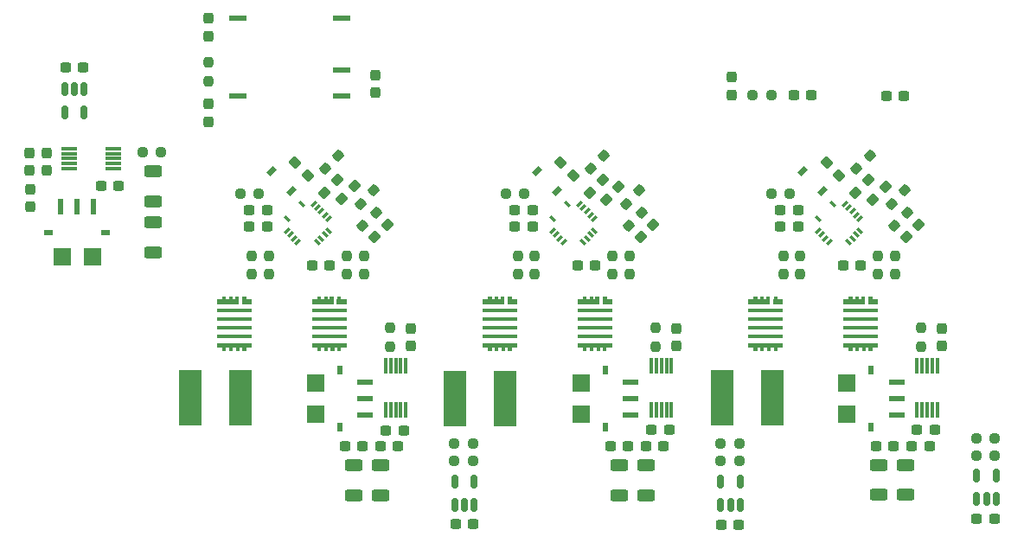
<source format=gbr>
%TF.GenerationSoftware,KiCad,Pcbnew,8.0.1*%
%TF.CreationDate,2024-03-29T13:27:46-04:00*%
%TF.ProjectId,Power_Stage,506f7765-725f-4537-9461-67652e6b6963,rev?*%
%TF.SameCoordinates,Original*%
%TF.FileFunction,Paste,Top*%
%TF.FilePolarity,Positive*%
%FSLAX46Y46*%
G04 Gerber Fmt 4.6, Leading zero omitted, Abs format (unit mm)*
G04 Created by KiCad (PCBNEW 8.0.1) date 2024-03-29 13:27:46*
%MOMM*%
%LPD*%
G01*
G04 APERTURE LIST*
G04 Aperture macros list*
%AMRoundRect*
0 Rectangle with rounded corners*
0 $1 Rounding radius*
0 $2 $3 $4 $5 $6 $7 $8 $9 X,Y pos of 4 corners*
0 Add a 4 corners polygon primitive as box body*
4,1,4,$2,$3,$4,$5,$6,$7,$8,$9,$2,$3,0*
0 Add four circle primitives for the rounded corners*
1,1,$1+$1,$2,$3*
1,1,$1+$1,$4,$5*
1,1,$1+$1,$6,$7*
1,1,$1+$1,$8,$9*
0 Add four rect primitives between the rounded corners*
20,1,$1+$1,$2,$3,$4,$5,0*
20,1,$1+$1,$4,$5,$6,$7,0*
20,1,$1+$1,$6,$7,$8,$9,0*
20,1,$1+$1,$8,$9,$2,$3,0*%
%AMRotRect*
0 Rectangle, with rotation*
0 The origin of the aperture is its center*
0 $1 length*
0 $2 width*
0 $3 Rotation angle, in degrees counterclockwise*
0 Add horizontal line*
21,1,$1,$2,0,0,$3*%
G04 Aperture macros list end*
%ADD10C,0.000000*%
%ADD11RoundRect,0.150000X-0.150000X0.512500X-0.150000X-0.512500X0.150000X-0.512500X0.150000X0.512500X0*%
%ADD12RoundRect,0.237500X0.300000X0.237500X-0.300000X0.237500X-0.300000X-0.237500X0.300000X-0.237500X0*%
%ADD13RoundRect,0.011200X-0.723800X-0.128800X0.723800X-0.128800X0.723800X0.128800X-0.723800X0.128800X0*%
%ADD14R,0.500000X1.600000*%
%ADD15R,1.800000X1.700000*%
%ADD16R,0.900000X0.600000*%
%ADD17RoundRect,0.150000X0.150000X-0.512500X0.150000X0.512500X-0.150000X0.512500X-0.150000X-0.512500X0*%
%ADD18RoundRect,0.250000X-0.625000X0.312500X-0.625000X-0.312500X0.625000X-0.312500X0.625000X0.312500X0*%
%ADD19RoundRect,0.237500X-0.250000X-0.237500X0.250000X-0.237500X0.250000X0.237500X-0.250000X0.237500X0*%
%ADD20RoundRect,0.237500X-0.300000X-0.237500X0.300000X-0.237500X0.300000X0.237500X-0.300000X0.237500X0*%
%ADD21RoundRect,0.237500X0.237500X-0.300000X0.237500X0.300000X-0.237500X0.300000X-0.237500X-0.300000X0*%
%ADD22RoundRect,0.237500X-0.237500X0.300000X-0.237500X-0.300000X0.237500X-0.300000X0.237500X0.300000X0*%
%ADD23RoundRect,0.011200X0.128800X-0.723800X0.128800X0.723800X-0.128800X0.723800X-0.128800X-0.723800X0*%
%ADD24R,0.355600X0.761990*%
%ADD25R,0.965200X0.457200*%
%ADD26R,0.355600X0.753389*%
%ADD27R,2.108200X0.457200*%
%ADD28R,0.355600X0.753388*%
%ADD29R,3.403600X0.355600*%
%ADD30R,0.355600X0.304796*%
%ADD31R,0.355600X0.310933*%
%ADD32R,3.403600X0.457200*%
%ADD33R,0.355598X0.385089*%
%ADD34R,0.355590X0.533400*%
%ADD35RotRect,0.558800X0.889000X315.000000*%
%ADD36RoundRect,0.237500X-0.237500X0.250000X-0.237500X-0.250000X0.237500X-0.250000X0.237500X0.250000X0*%
%ADD37RoundRect,0.237500X0.250000X0.237500X-0.250000X0.237500X-0.250000X-0.237500X0.250000X-0.237500X0*%
%ADD38RoundRect,0.237500X0.237500X-0.250000X0.237500X0.250000X-0.237500X0.250000X-0.237500X-0.250000X0*%
%ADD39RoundRect,0.237500X-0.008839X-0.344715X0.344715X0.008839X0.008839X0.344715X-0.344715X-0.008839X0*%
%ADD40RoundRect,0.237500X0.380070X-0.044194X-0.044194X0.380070X-0.380070X0.044194X0.044194X-0.380070X0*%
%ADD41RoundRect,0.237500X-0.044194X-0.380070X0.380070X0.044194X0.044194X0.380070X-0.380070X-0.044194X0*%
%ADD42RoundRect,0.237500X0.044194X0.380070X-0.380070X-0.044194X-0.044194X-0.380070X0.380070X0.044194X0*%
%ADD43R,1.600000X0.500000*%
%ADD44R,0.600000X0.900000*%
%ADD45R,1.700000X1.800000*%
%ADD46R,1.651000X0.508000*%
%ADD47R,2.260600X5.511800*%
%ADD48RotRect,0.254000X0.711200X135.000000*%
%ADD49RotRect,0.254000X0.711200X45.000000*%
%ADD50RoundRect,0.250000X0.625000X-0.312500X0.625000X0.312500X-0.625000X0.312500X-0.625000X-0.312500X0*%
%ADD51RoundRect,0.237500X0.237500X-0.287500X0.237500X0.287500X-0.237500X0.287500X-0.237500X-0.287500X0*%
%ADD52RoundRect,0.237500X0.008839X0.344715X-0.344715X-0.008839X-0.008839X-0.344715X0.344715X0.008839X0*%
G04 APERTURE END LIST*
D10*
%TO.C,Q1*%
G36*
X110831396Y-132306022D02*
G01*
X111375796Y-132306012D01*
X111375796Y-132763212D01*
X110410596Y-132763212D01*
X110410596Y-132306012D01*
X110475796Y-132306022D01*
X110475796Y-132001222D01*
X110831396Y-132001222D01*
X110831396Y-132306022D01*
G37*
G36*
X110831396Y-132306022D02*
G01*
X111375796Y-132306012D01*
X111375796Y-132763212D01*
X110410596Y-132763212D01*
X110410596Y-132306012D01*
X110475796Y-132306022D01*
X110475796Y-132001222D01*
X110831396Y-132001222D01*
X110831396Y-132306022D01*
G37*
G36*
X108877796Y-132306022D02*
G01*
X109172196Y-132306022D01*
X109172196Y-132001222D01*
X109527796Y-132001222D01*
X109527796Y-132306022D01*
X109726596Y-132306022D01*
X109726596Y-132001222D01*
X110082196Y-132001222D01*
X110080396Y-132763212D01*
X107972196Y-132763212D01*
X107972196Y-132306012D01*
X108522196Y-132306022D01*
X108522196Y-132001222D01*
X108877796Y-132001222D01*
X108877796Y-132306022D01*
G37*
G36*
X108877796Y-132306022D02*
G01*
X109172196Y-132306022D01*
X109172196Y-132001222D01*
X109527796Y-132001222D01*
X109527796Y-132306022D01*
X109726596Y-132306022D01*
X109726596Y-132001222D01*
X110082196Y-132001222D01*
X110080396Y-132763212D01*
X107972196Y-132763212D01*
X107972196Y-132306012D01*
X108522196Y-132306022D01*
X108522196Y-132001222D01*
X108877796Y-132001222D01*
X108877796Y-132306022D01*
G37*
G36*
X111375796Y-137013212D02*
G01*
X110827807Y-137013200D01*
X110827807Y-137318000D01*
X110472207Y-137318000D01*
X110472207Y-137013200D01*
X110177796Y-137013200D01*
X110177796Y-137318000D01*
X109822196Y-137318000D01*
X109822196Y-137013200D01*
X109527784Y-137013200D01*
X109527784Y-137318000D01*
X109172184Y-137318000D01*
X109172184Y-137013200D01*
X108877784Y-137013200D01*
X108877784Y-137318000D01*
X108522184Y-137318000D01*
X108522184Y-137013200D01*
X107972196Y-137013212D01*
X107972196Y-136556012D01*
X111375796Y-136556012D01*
X111375796Y-137013212D01*
G37*
%TO.C,Q6*%
G36*
X172131411Y-132306022D02*
G01*
X172675811Y-132306012D01*
X172675811Y-132763212D01*
X171710611Y-132763212D01*
X171710611Y-132306012D01*
X171775811Y-132306022D01*
X171775811Y-132001222D01*
X172131411Y-132001222D01*
X172131411Y-132306022D01*
G37*
G36*
X172131411Y-132306022D02*
G01*
X172675811Y-132306012D01*
X172675811Y-132763212D01*
X171710611Y-132763212D01*
X171710611Y-132306012D01*
X171775811Y-132306022D01*
X171775811Y-132001222D01*
X172131411Y-132001222D01*
X172131411Y-132306022D01*
G37*
G36*
X170177811Y-132306022D02*
G01*
X170472211Y-132306022D01*
X170472211Y-132001222D01*
X170827811Y-132001222D01*
X170827811Y-132306022D01*
X171026611Y-132306022D01*
X171026611Y-132001222D01*
X171382211Y-132001222D01*
X171380411Y-132763212D01*
X169272211Y-132763212D01*
X169272211Y-132306012D01*
X169822211Y-132306022D01*
X169822211Y-132001222D01*
X170177811Y-132001222D01*
X170177811Y-132306022D01*
G37*
G36*
X170177811Y-132306022D02*
G01*
X170472211Y-132306022D01*
X170472211Y-132001222D01*
X170827811Y-132001222D01*
X170827811Y-132306022D01*
X171026611Y-132306022D01*
X171026611Y-132001222D01*
X171382211Y-132001222D01*
X171380411Y-132763212D01*
X169272211Y-132763212D01*
X169272211Y-132306012D01*
X169822211Y-132306022D01*
X169822211Y-132001222D01*
X170177811Y-132001222D01*
X170177811Y-132306022D01*
G37*
G36*
X172675811Y-137013212D02*
G01*
X172127822Y-137013200D01*
X172127822Y-137318000D01*
X171772222Y-137318000D01*
X171772222Y-137013200D01*
X171477811Y-137013200D01*
X171477811Y-137318000D01*
X171122211Y-137318000D01*
X171122211Y-137013200D01*
X170827799Y-137013200D01*
X170827799Y-137318000D01*
X170472199Y-137318000D01*
X170472199Y-137013200D01*
X170177799Y-137013200D01*
X170177799Y-137318000D01*
X169822199Y-137318000D01*
X169822199Y-137013200D01*
X169272211Y-137013212D01*
X169272211Y-136556012D01*
X172675811Y-136556012D01*
X172675811Y-137013212D01*
G37*
%TO.C,Q4*%
G36*
X146131412Y-132306022D02*
G01*
X146675812Y-132306012D01*
X146675812Y-132763212D01*
X145710612Y-132763212D01*
X145710612Y-132306012D01*
X145775812Y-132306022D01*
X145775812Y-132001222D01*
X146131412Y-132001222D01*
X146131412Y-132306022D01*
G37*
G36*
X146131412Y-132306022D02*
G01*
X146675812Y-132306012D01*
X146675812Y-132763212D01*
X145710612Y-132763212D01*
X145710612Y-132306012D01*
X145775812Y-132306022D01*
X145775812Y-132001222D01*
X146131412Y-132001222D01*
X146131412Y-132306022D01*
G37*
G36*
X144177812Y-132306022D02*
G01*
X144472212Y-132306022D01*
X144472212Y-132001222D01*
X144827812Y-132001222D01*
X144827812Y-132306022D01*
X145026612Y-132306022D01*
X145026612Y-132001222D01*
X145382212Y-132001222D01*
X145380412Y-132763212D01*
X143272212Y-132763212D01*
X143272212Y-132306012D01*
X143822212Y-132306022D01*
X143822212Y-132001222D01*
X144177812Y-132001222D01*
X144177812Y-132306022D01*
G37*
G36*
X144177812Y-132306022D02*
G01*
X144472212Y-132306022D01*
X144472212Y-132001222D01*
X144827812Y-132001222D01*
X144827812Y-132306022D01*
X145026612Y-132306022D01*
X145026612Y-132001222D01*
X145382212Y-132001222D01*
X145380412Y-132763212D01*
X143272212Y-132763212D01*
X143272212Y-132306012D01*
X143822212Y-132306022D01*
X143822212Y-132001222D01*
X144177812Y-132001222D01*
X144177812Y-132306022D01*
G37*
G36*
X146675812Y-137013212D02*
G01*
X146127823Y-137013200D01*
X146127823Y-137318000D01*
X145772223Y-137318000D01*
X145772223Y-137013200D01*
X145477812Y-137013200D01*
X145477812Y-137318000D01*
X145122212Y-137318000D01*
X145122212Y-137013200D01*
X144827800Y-137013200D01*
X144827800Y-137318000D01*
X144472200Y-137318000D01*
X144472200Y-137013200D01*
X144177800Y-137013200D01*
X144177800Y-137318000D01*
X143822200Y-137318000D01*
X143822200Y-137013200D01*
X143272212Y-137013212D01*
X143272212Y-136556012D01*
X146675812Y-136556012D01*
X146675812Y-137013212D01*
G37*
%TO.C,Q2*%
G36*
X120131414Y-132306022D02*
G01*
X120675814Y-132306012D01*
X120675814Y-132763212D01*
X119710614Y-132763212D01*
X119710614Y-132306012D01*
X119775814Y-132306022D01*
X119775814Y-132001222D01*
X120131414Y-132001222D01*
X120131414Y-132306022D01*
G37*
G36*
X120131414Y-132306022D02*
G01*
X120675814Y-132306012D01*
X120675814Y-132763212D01*
X119710614Y-132763212D01*
X119710614Y-132306012D01*
X119775814Y-132306022D01*
X119775814Y-132001222D01*
X120131414Y-132001222D01*
X120131414Y-132306022D01*
G37*
G36*
X118177814Y-132306022D02*
G01*
X118472214Y-132306022D01*
X118472214Y-132001222D01*
X118827814Y-132001222D01*
X118827814Y-132306022D01*
X119026614Y-132306022D01*
X119026614Y-132001222D01*
X119382214Y-132001222D01*
X119380414Y-132763212D01*
X117272214Y-132763212D01*
X117272214Y-132306012D01*
X117822214Y-132306022D01*
X117822214Y-132001222D01*
X118177814Y-132001222D01*
X118177814Y-132306022D01*
G37*
G36*
X118177814Y-132306022D02*
G01*
X118472214Y-132306022D01*
X118472214Y-132001222D01*
X118827814Y-132001222D01*
X118827814Y-132306022D01*
X119026614Y-132306022D01*
X119026614Y-132001222D01*
X119382214Y-132001222D01*
X119380414Y-132763212D01*
X117272214Y-132763212D01*
X117272214Y-132306012D01*
X117822214Y-132306022D01*
X117822214Y-132001222D01*
X118177814Y-132001222D01*
X118177814Y-132306022D01*
G37*
G36*
X120675814Y-137013212D02*
G01*
X120127825Y-137013200D01*
X120127825Y-137318000D01*
X119772225Y-137318000D01*
X119772225Y-137013200D01*
X119477814Y-137013200D01*
X119477814Y-137318000D01*
X119122214Y-137318000D01*
X119122214Y-137013200D01*
X118827802Y-137013200D01*
X118827802Y-137318000D01*
X118472202Y-137318000D01*
X118472202Y-137013200D01*
X118177802Y-137013200D01*
X118177802Y-137318000D01*
X117822202Y-137318000D01*
X117822202Y-137013200D01*
X117272214Y-137013212D01*
X117272214Y-136556012D01*
X120675814Y-136556012D01*
X120675814Y-137013212D01*
G37*
%TO.C,Q5*%
G36*
X162831393Y-132306023D02*
G01*
X163375793Y-132306013D01*
X163375793Y-132763213D01*
X162410593Y-132763213D01*
X162410593Y-132306013D01*
X162475793Y-132306023D01*
X162475793Y-132001223D01*
X162831393Y-132001223D01*
X162831393Y-132306023D01*
G37*
G36*
X162831393Y-132306023D02*
G01*
X163375793Y-132306013D01*
X163375793Y-132763213D01*
X162410593Y-132763213D01*
X162410593Y-132306013D01*
X162475793Y-132306023D01*
X162475793Y-132001223D01*
X162831393Y-132001223D01*
X162831393Y-132306023D01*
G37*
G36*
X160877793Y-132306023D02*
G01*
X161172193Y-132306023D01*
X161172193Y-132001223D01*
X161527793Y-132001223D01*
X161527793Y-132306023D01*
X161726593Y-132306023D01*
X161726593Y-132001223D01*
X162082193Y-132001223D01*
X162080393Y-132763213D01*
X159972193Y-132763213D01*
X159972193Y-132306013D01*
X160522193Y-132306023D01*
X160522193Y-132001223D01*
X160877793Y-132001223D01*
X160877793Y-132306023D01*
G37*
G36*
X160877793Y-132306023D02*
G01*
X161172193Y-132306023D01*
X161172193Y-132001223D01*
X161527793Y-132001223D01*
X161527793Y-132306023D01*
X161726593Y-132306023D01*
X161726593Y-132001223D01*
X162082193Y-132001223D01*
X162080393Y-132763213D01*
X159972193Y-132763213D01*
X159972193Y-132306013D01*
X160522193Y-132306023D01*
X160522193Y-132001223D01*
X160877793Y-132001223D01*
X160877793Y-132306023D01*
G37*
G36*
X163375793Y-137013213D02*
G01*
X162827804Y-137013201D01*
X162827804Y-137318001D01*
X162472204Y-137318001D01*
X162472204Y-137013201D01*
X162177793Y-137013201D01*
X162177793Y-137318001D01*
X161822193Y-137318001D01*
X161822193Y-137013201D01*
X161527781Y-137013201D01*
X161527781Y-137318001D01*
X161172181Y-137318001D01*
X161172181Y-137013201D01*
X160877781Y-137013201D01*
X160877781Y-137318001D01*
X160522181Y-137318001D01*
X160522181Y-137013201D01*
X159972193Y-137013213D01*
X159972193Y-136556013D01*
X163375793Y-136556013D01*
X163375793Y-137013213D01*
G37*
%TO.C,Q3*%
G36*
X136831394Y-132306023D02*
G01*
X137375794Y-132306013D01*
X137375794Y-132763213D01*
X136410594Y-132763213D01*
X136410594Y-132306013D01*
X136475794Y-132306023D01*
X136475794Y-132001223D01*
X136831394Y-132001223D01*
X136831394Y-132306023D01*
G37*
G36*
X136831394Y-132306023D02*
G01*
X137375794Y-132306013D01*
X137375794Y-132763213D01*
X136410594Y-132763213D01*
X136410594Y-132306013D01*
X136475794Y-132306023D01*
X136475794Y-132001223D01*
X136831394Y-132001223D01*
X136831394Y-132306023D01*
G37*
G36*
X134877794Y-132306023D02*
G01*
X135172194Y-132306023D01*
X135172194Y-132001223D01*
X135527794Y-132001223D01*
X135527794Y-132306023D01*
X135726594Y-132306023D01*
X135726594Y-132001223D01*
X136082194Y-132001223D01*
X136080394Y-132763213D01*
X133972194Y-132763213D01*
X133972194Y-132306013D01*
X134522194Y-132306023D01*
X134522194Y-132001223D01*
X134877794Y-132001223D01*
X134877794Y-132306023D01*
G37*
G36*
X134877794Y-132306023D02*
G01*
X135172194Y-132306023D01*
X135172194Y-132001223D01*
X135527794Y-132001223D01*
X135527794Y-132306023D01*
X135726594Y-132306023D01*
X135726594Y-132001223D01*
X136082194Y-132001223D01*
X136080394Y-132763213D01*
X133972194Y-132763213D01*
X133972194Y-132306013D01*
X134522194Y-132306023D01*
X134522194Y-132001223D01*
X134877794Y-132001223D01*
X134877794Y-132306023D01*
G37*
G36*
X137375794Y-137013213D02*
G01*
X136827805Y-137013201D01*
X136827805Y-137318001D01*
X136472205Y-137318001D01*
X136472205Y-137013201D01*
X136177794Y-137013201D01*
X136177794Y-137318001D01*
X135822194Y-137318001D01*
X135822194Y-137013201D01*
X135527782Y-137013201D01*
X135527782Y-137318001D01*
X135172182Y-137318001D01*
X135172182Y-137013201D01*
X134877782Y-137013201D01*
X134877782Y-137318001D01*
X134522182Y-137318001D01*
X134522182Y-137013201D01*
X133972194Y-137013213D01*
X133972194Y-136556013D01*
X137375794Y-136556013D01*
X137375794Y-137013213D01*
G37*
%TD*%
D11*
%TO.C,U17*%
X94950000Y-111662500D03*
X94000000Y-111662500D03*
X93050000Y-111662500D03*
X93050000Y-113937500D03*
X94950000Y-113937500D03*
%TD*%
D12*
%TO.C,C48*%
X94862500Y-109600000D03*
X93137500Y-109600000D03*
%TD*%
D13*
%TO.C,U15*%
X93550000Y-117500000D03*
X93550000Y-118000000D03*
X93550000Y-118500000D03*
X93550000Y-119000000D03*
X93550000Y-119500000D03*
X97850000Y-119500000D03*
X97850000Y-119000000D03*
X97850000Y-118500000D03*
X97850000Y-118000000D03*
X97850000Y-117500000D03*
%TD*%
D14*
%TO.C,U16*%
X94300000Y-123240788D03*
X95900000Y-123240788D03*
X92700000Y-123240788D03*
D15*
X95800000Y-128090788D03*
X92800000Y-128090788D03*
D16*
X97100000Y-125740788D03*
X91500000Y-125740788D03*
%TD*%
D17*
%TO.C,U14*%
X182350000Y-151837500D03*
X183300000Y-151837500D03*
X184250000Y-151837500D03*
X184250000Y-149562500D03*
X182350000Y-149562500D03*
%TD*%
%TO.C,U13*%
X157300000Y-152437500D03*
X158250000Y-152437500D03*
X159200000Y-152437500D03*
X159200000Y-150162500D03*
X157300000Y-150162500D03*
%TD*%
D18*
%TO.C,R31*%
X101700000Y-119737500D03*
X101700000Y-122662500D03*
%TD*%
%TO.C,R17*%
X101700000Y-124737500D03*
X101700000Y-127662500D03*
%TD*%
D19*
%TO.C,R3*%
X100687500Y-117900000D03*
X102512500Y-117900000D03*
%TD*%
D20*
%TO.C,C47*%
X96637500Y-121200000D03*
X98362500Y-121200000D03*
%TD*%
D21*
%TO.C,C46*%
X89700000Y-123225000D03*
X89700000Y-121500000D03*
%TD*%
D22*
%TO.C,C45*%
X89600000Y-117937500D03*
X89600000Y-119662500D03*
%TD*%
%TO.C,C34*%
X91300000Y-117937500D03*
X91300000Y-119662500D03*
%TD*%
D20*
%TO.C,C22*%
X182337500Y-153800000D03*
X184062500Y-153800000D03*
%TD*%
%TO.C,C10*%
X157337500Y-154400000D03*
X159062500Y-154400000D03*
%TD*%
D23*
%TO.C,U12*%
X176474999Y-143115000D03*
X176974999Y-143115000D03*
X177474999Y-143115000D03*
X177974999Y-143115000D03*
X178474999Y-143115000D03*
X178474999Y-138815000D03*
X177974999Y-138815000D03*
X177474999Y-138815000D03*
X176974999Y-138815000D03*
X176474999Y-138815000D03*
%TD*%
D20*
%TO.C,C32*%
X149987500Y-146700000D03*
X151712500Y-146700000D03*
%TD*%
D24*
%TO.C,Q1*%
X110653596Y-132382217D03*
D25*
X110893196Y-132534612D03*
D26*
X108699996Y-132377917D03*
D27*
X109026296Y-132534612D03*
D28*
X109349996Y-132377917D03*
X109904396Y-132377917D03*
D29*
X109673996Y-133384612D03*
X109673996Y-134234611D03*
X109673996Y-135084611D03*
X109673996Y-135934612D03*
D30*
X108699984Y-137165598D03*
D31*
X109349984Y-137162533D03*
D32*
X109673996Y-136784612D03*
D33*
X109999995Y-137125455D03*
D34*
X110650002Y-137051300D03*
%TD*%
D12*
%TO.C,C17*%
X112862502Y-123551300D03*
X111137502Y-123551300D03*
%TD*%
D35*
%TO.C,D3*%
X113330134Y-119756432D03*
X115269870Y-121696168D03*
%TD*%
D21*
%TO.C,C37*%
X178924998Y-136876300D03*
X178924998Y-135151300D03*
%TD*%
D36*
%TO.C,R14*%
X120715614Y-128013800D03*
X120715614Y-129838800D03*
%TD*%
D37*
%TO.C,R21*%
X159112500Y-148100000D03*
X157287500Y-148100000D03*
%TD*%
D38*
%TO.C,R30*%
X150900000Y-136926300D03*
X150900000Y-135101300D03*
%TD*%
D37*
%TO.C,R35*%
X184112500Y-147600000D03*
X182287500Y-147600000D03*
%TD*%
D19*
%TO.C,R8*%
X110237502Y-121926300D03*
X112062502Y-121926300D03*
%TD*%
D35*
%TO.C,D5*%
X165330131Y-119756432D03*
X167269867Y-121696168D03*
%TD*%
D37*
%TO.C,R39*%
X184112500Y-145900000D03*
X182287500Y-145900000D03*
%TD*%
D12*
%TO.C,C39*%
X164862499Y-125176623D03*
X163137499Y-125176623D03*
%TD*%
D39*
%TO.C,R32*%
X170585830Y-119467372D03*
X171876300Y-118176902D03*
%TD*%
D40*
%TO.C,C30*%
X142859880Y-120136180D03*
X141640120Y-118916420D03*
%TD*%
D37*
%TO.C,R1*%
X162257501Y-112300000D03*
X160432501Y-112300000D03*
%TD*%
D24*
%TO.C,Q6*%
X171953611Y-132382217D03*
D25*
X172193211Y-132534612D03*
D26*
X170000011Y-132377917D03*
D27*
X170326311Y-132534612D03*
D28*
X170650011Y-132377917D03*
X171204411Y-132377917D03*
D29*
X170974011Y-133384612D03*
X170974011Y-134234611D03*
X170974011Y-135084611D03*
X170974011Y-135934612D03*
D30*
X169999999Y-137165598D03*
D31*
X170649999Y-137162533D03*
D32*
X170974011Y-136784612D03*
D33*
X171300010Y-137125455D03*
D34*
X171950017Y-137051300D03*
%TD*%
D12*
%TO.C,C21*%
X148237500Y-146700001D03*
X146512500Y-146700001D03*
%TD*%
D36*
%TO.C,R40*%
X163415593Y-128013801D03*
X163415593Y-129838801D03*
%TD*%
D38*
%TO.C,R16*%
X124900000Y-136912500D03*
X124900000Y-135087500D03*
%TD*%
D18*
%TO.C,R9*%
X121375002Y-148537500D03*
X121375002Y-151462500D03*
%TD*%
D41*
%TO.C,C35*%
X170515119Y-121836180D03*
X171734879Y-120616420D03*
%TD*%
%TO.C,C23*%
X144515120Y-121836180D03*
X145734880Y-120616420D03*
%TD*%
D42*
%TO.C,C14*%
X124654165Y-124970233D03*
X123434405Y-126189993D03*
%TD*%
D12*
%TO.C,C29*%
X138862500Y-123551300D03*
X137137500Y-123551300D03*
%TD*%
D41*
%TO.C,C36*%
X172190120Y-122509880D03*
X173409880Y-121290120D03*
%TD*%
D36*
%TO.C,R27*%
X139050594Y-128013800D03*
X139050594Y-129838800D03*
%TD*%
D20*
%TO.C,C19*%
X124512502Y-145100000D03*
X126237502Y-145100000D03*
%TD*%
D43*
%TO.C,U7*%
X148500000Y-143600000D03*
X148500000Y-142000000D03*
X148500000Y-140400000D03*
D44*
X146000000Y-139200000D03*
D45*
X143650000Y-140500000D03*
X143650000Y-143500000D03*
D44*
X146000000Y-144800000D03*
%TD*%
D43*
%TO.C,U4*%
X122500002Y-143600000D03*
X122500002Y-142000000D03*
X122500002Y-140400000D03*
D44*
X120000002Y-139200000D03*
D45*
X117650002Y-140500000D03*
X117650002Y-143500000D03*
D44*
X120000002Y-144800000D03*
%TD*%
D46*
%TO.C,U2*%
X120180000Y-112410000D03*
X120180000Y-109870000D03*
X120180000Y-104790000D03*
X110020000Y-104790000D03*
X110020000Y-112410000D03*
%TD*%
D41*
%TO.C,C12*%
X120190120Y-122409880D03*
X121409880Y-121190120D03*
%TD*%
D47*
%TO.C,C1*%
X136206700Y-142000000D03*
X131253700Y-142000000D03*
%TD*%
D37*
%TO.C,R7*%
X133012500Y-148100000D03*
X131187500Y-148100000D03*
%TD*%
D24*
%TO.C,Q4*%
X145953612Y-132382217D03*
D25*
X146193212Y-132534612D03*
D26*
X144000012Y-132377917D03*
D27*
X144326312Y-132534612D03*
D28*
X144650012Y-132377917D03*
X145204412Y-132377917D03*
D29*
X144974012Y-133384612D03*
X144974012Y-134234611D03*
X144974012Y-135084611D03*
X144974012Y-135934612D03*
D30*
X144000000Y-137165598D03*
D31*
X144650000Y-137162533D03*
D32*
X144974012Y-136784612D03*
D33*
X145300011Y-137125455D03*
D34*
X145950018Y-137051300D03*
%TD*%
D41*
%TO.C,C24*%
X146090120Y-122509880D03*
X147309880Y-121290120D03*
%TD*%
D39*
%TO.C,R33*%
X174032975Y-122914518D03*
X175323445Y-121624048D03*
%TD*%
D43*
%TO.C,U10*%
X174499999Y-143600000D03*
X174499999Y-142000000D03*
X174499999Y-140400000D03*
D44*
X171999999Y-139200000D03*
D45*
X169649999Y-140500000D03*
X169649999Y-143500000D03*
D44*
X171999999Y-144800000D03*
%TD*%
D38*
%TO.C,R2*%
X107180000Y-110920000D03*
X107180000Y-109095000D03*
%TD*%
D48*
%TO.C,U11*%
X166839071Y-125590373D03*
X167192714Y-125944015D03*
X167546356Y-126297658D03*
X167899999Y-126651300D03*
D49*
X169832909Y-126651300D03*
X170186552Y-126297658D03*
X170540194Y-125944015D03*
X170893837Y-125590373D03*
D48*
X170893837Y-124364747D03*
X170540194Y-124011105D03*
X170186552Y-123657462D03*
X169832909Y-123303820D03*
X169479267Y-122950177D03*
D49*
X168253641Y-122950177D03*
X166839071Y-124364747D03*
%TD*%
D24*
%TO.C,Q2*%
X119953614Y-132382217D03*
D25*
X120193214Y-132534612D03*
D26*
X118000014Y-132377917D03*
D27*
X118326314Y-132534612D03*
D28*
X118650014Y-132377917D03*
X119204414Y-132377917D03*
D29*
X118974014Y-133384612D03*
X118974014Y-134234611D03*
X118974014Y-135084611D03*
X118974014Y-135934612D03*
D30*
X118000002Y-137165598D03*
D31*
X118650002Y-137162533D03*
D32*
X118974014Y-136784612D03*
D33*
X119300013Y-137125455D03*
D34*
X119950020Y-137051300D03*
%TD*%
D36*
%TO.C,R43*%
X174350610Y-128013800D03*
X174350610Y-129838800D03*
%TD*%
D21*
%TO.C,C13*%
X126925002Y-136876300D03*
X126925002Y-135151300D03*
%TD*%
D40*
%TO.C,C18*%
X116859882Y-120136180D03*
X115640122Y-118916420D03*
%TD*%
D20*
%TO.C,C31*%
X150512500Y-145090650D03*
X152237500Y-145090650D03*
%TD*%
D12*
%TO.C,C15*%
X112862502Y-125176623D03*
X111137502Y-125176623D03*
%TD*%
%TO.C,C4*%
X175207501Y-112400000D03*
X173482501Y-112400000D03*
%TD*%
D19*
%TO.C,R36*%
X162237499Y-121926300D03*
X164062499Y-121926300D03*
%TD*%
D22*
%TO.C,C6*%
X123500000Y-110300000D03*
X123500000Y-112025000D03*
%TD*%
D37*
%TO.C,R25*%
X159112500Y-146400000D03*
X157287500Y-146400000D03*
%TD*%
D50*
%TO.C,R10*%
X124000000Y-151462500D03*
X124000000Y-148537500D03*
%TD*%
D18*
%TO.C,R23*%
X147375000Y-148537500D03*
X147375000Y-151462500D03*
%TD*%
D39*
%TO.C,R5*%
X122032979Y-122914518D03*
X123323449Y-121624048D03*
%TD*%
D20*
%TO.C,C28*%
X143287500Y-128926300D03*
X145012500Y-128926300D03*
%TD*%
D12*
%TO.C,C41*%
X164862499Y-123551300D03*
X163137499Y-123551300D03*
%TD*%
D20*
%TO.C,C20*%
X123987502Y-146700000D03*
X125712502Y-146700000D03*
%TD*%
D42*
%TO.C,C26*%
X150654162Y-124970233D03*
X149434402Y-126189993D03*
%TD*%
D23*
%TO.C,U6*%
X124475002Y-143115000D03*
X124975002Y-143115000D03*
X125475002Y-143115000D03*
X125975002Y-143115000D03*
X126475002Y-143115000D03*
X126475002Y-138815000D03*
X125975002Y-138815000D03*
X125475002Y-138815000D03*
X124975002Y-138815000D03*
X124475002Y-138815000D03*
%TD*%
D51*
%TO.C,D1*%
X158345001Y-112275000D03*
X158345001Y-110525000D03*
%TD*%
D50*
%TO.C,R24*%
X150000000Y-151462500D03*
X150000000Y-148537500D03*
%TD*%
D39*
%TO.C,R4*%
X118585833Y-119467372D03*
X119876303Y-118176902D03*
%TD*%
D20*
%TO.C,C44*%
X175987499Y-146700000D03*
X177712499Y-146700000D03*
%TD*%
D21*
%TO.C,C25*%
X152924999Y-136876300D03*
X152924999Y-135151300D03*
%TD*%
D52*
%TO.C,R20*%
X149540469Y-123785830D03*
X148249999Y-125076300D03*
%TD*%
D24*
%TO.C,Q5*%
X162653593Y-132382218D03*
D25*
X162893193Y-132534613D03*
D26*
X160699993Y-132377918D03*
D27*
X161026293Y-132534613D03*
D28*
X161349993Y-132377918D03*
X161904393Y-132377918D03*
D29*
X161673993Y-133384613D03*
X161673993Y-134234612D03*
X161673993Y-135084612D03*
X161673993Y-135934613D03*
D30*
X160699981Y-137165599D03*
D31*
X161349981Y-137162534D03*
D32*
X161673993Y-136784613D03*
D33*
X161999992Y-137125456D03*
D34*
X162649999Y-137051301D03*
%TD*%
D20*
%TO.C,C40*%
X169287499Y-128926300D03*
X171012499Y-128926300D03*
%TD*%
D23*
%TO.C,U9*%
X150475000Y-143115000D03*
X150975000Y-143115000D03*
X151475000Y-143115000D03*
X151975000Y-143115000D03*
X152475000Y-143115000D03*
X152475000Y-138815000D03*
X151975000Y-138815000D03*
X151475000Y-138815000D03*
X150975000Y-138815000D03*
X150475000Y-138815000D03*
%TD*%
D36*
%TO.C,R42*%
X172715610Y-128013800D03*
X172715610Y-129838800D03*
%TD*%
D40*
%TO.C,C42*%
X168859879Y-120136180D03*
X167640119Y-118916420D03*
%TD*%
D47*
%TO.C,C3*%
X157400000Y-141900000D03*
X162353000Y-141900000D03*
%TD*%
D42*
%TO.C,C38*%
X176654161Y-124970233D03*
X175434401Y-126189993D03*
%TD*%
D38*
%TO.C,R44*%
X176900000Y-136926300D03*
X176900000Y-135101300D03*
%TD*%
D19*
%TO.C,R22*%
X136237500Y-121926300D03*
X138062500Y-121926300D03*
%TD*%
D12*
%TO.C,C9*%
X122237502Y-146700000D03*
X120512502Y-146700000D03*
%TD*%
%TO.C,C33*%
X174237499Y-146700001D03*
X172512499Y-146700001D03*
%TD*%
D36*
%TO.C,R41*%
X165050593Y-128013800D03*
X165050593Y-129838800D03*
%TD*%
D20*
%TO.C,C43*%
X176512499Y-145090650D03*
X178237499Y-145090650D03*
%TD*%
%TO.C,C8*%
X131337500Y-154300000D03*
X133062500Y-154300000D03*
%TD*%
D18*
%TO.C,R37*%
X172800000Y-148488800D03*
X172800000Y-151413800D03*
%TD*%
D17*
%TO.C,U3*%
X131250000Y-152437500D03*
X132200000Y-152437500D03*
X133150000Y-152437500D03*
X133150000Y-150162500D03*
X131250000Y-150162500D03*
%TD*%
D52*
%TO.C,R34*%
X175540468Y-123785830D03*
X174249998Y-125076300D03*
%TD*%
D47*
%TO.C,C2*%
X105323500Y-141900000D03*
X110276500Y-141900000D03*
%TD*%
D35*
%TO.C,D4*%
X139330132Y-119756432D03*
X141269868Y-121696168D03*
%TD*%
D51*
%TO.C,D2*%
X107180000Y-114882500D03*
X107180000Y-113132500D03*
%TD*%
D39*
%TO.C,R19*%
X148032976Y-122914518D03*
X149323446Y-121624048D03*
%TD*%
D20*
%TO.C,C5*%
X164445001Y-112300000D03*
X166170001Y-112300000D03*
%TD*%
D41*
%TO.C,C11*%
X118515122Y-121836180D03*
X119734882Y-120616420D03*
%TD*%
D22*
%TO.C,C7*%
X107180000Y-104790000D03*
X107180000Y-106515000D03*
%TD*%
D36*
%TO.C,R28*%
X146715611Y-128013800D03*
X146715611Y-129838800D03*
%TD*%
D52*
%TO.C,R6*%
X123540472Y-123785830D03*
X122250002Y-125076300D03*
%TD*%
D48*
%TO.C,U8*%
X140839072Y-125590373D03*
X141192715Y-125944015D03*
X141546357Y-126297658D03*
X141900000Y-126651300D03*
D49*
X143832910Y-126651300D03*
X144186553Y-126297658D03*
X144540195Y-125944015D03*
X144893838Y-125590373D03*
D48*
X144893838Y-124364747D03*
X144540195Y-124011105D03*
X144186553Y-123657462D03*
X143832910Y-123303820D03*
X143479268Y-122950177D03*
D49*
X142253642Y-122950177D03*
X140839072Y-124364747D03*
%TD*%
D12*
%TO.C,C27*%
X138862500Y-125176623D03*
X137137500Y-125176623D03*
%TD*%
D20*
%TO.C,C16*%
X117287502Y-128926300D03*
X119012502Y-128926300D03*
%TD*%
D37*
%TO.C,R11*%
X133012500Y-146400000D03*
X131187500Y-146400000D03*
%TD*%
D36*
%TO.C,R12*%
X111415596Y-128013800D03*
X111415596Y-129838800D03*
%TD*%
%TO.C,R29*%
X148350611Y-128013800D03*
X148350611Y-129838800D03*
%TD*%
%TO.C,R26*%
X137415594Y-128013801D03*
X137415594Y-129838801D03*
%TD*%
D48*
%TO.C,U5*%
X114839074Y-125590373D03*
X115192717Y-125944015D03*
X115546359Y-126297658D03*
X115900002Y-126651300D03*
D49*
X117832912Y-126651300D03*
X118186555Y-126297658D03*
X118540197Y-125944015D03*
X118893840Y-125590373D03*
D48*
X118893840Y-124364747D03*
X118540197Y-124011105D03*
X118186555Y-123657462D03*
X117832912Y-123303820D03*
X117479270Y-122950177D03*
D49*
X116253644Y-122950177D03*
X114839074Y-124364747D03*
%TD*%
D36*
%TO.C,R13*%
X113050596Y-128013800D03*
X113050596Y-129838800D03*
%TD*%
D24*
%TO.C,Q3*%
X136653594Y-132382218D03*
D25*
X136893194Y-132534613D03*
D26*
X134699994Y-132377918D03*
D27*
X135026294Y-132534613D03*
D28*
X135349994Y-132377918D03*
X135904394Y-132377918D03*
D29*
X135673994Y-133384613D03*
X135673994Y-134234612D03*
X135673994Y-135084612D03*
X135673994Y-135934613D03*
D30*
X134699982Y-137165599D03*
D31*
X135349982Y-137162534D03*
D32*
X135673994Y-136784613D03*
D33*
X135999993Y-137125456D03*
D34*
X136650000Y-137051301D03*
%TD*%
D39*
%TO.C,R18*%
X144585831Y-119467372D03*
X145876301Y-118176902D03*
%TD*%
D50*
%TO.C,R38*%
X175400000Y-151413799D03*
X175400000Y-148488799D03*
%TD*%
D36*
%TO.C,R15*%
X122350614Y-128013800D03*
X122350614Y-129838800D03*
%TD*%
M02*

</source>
